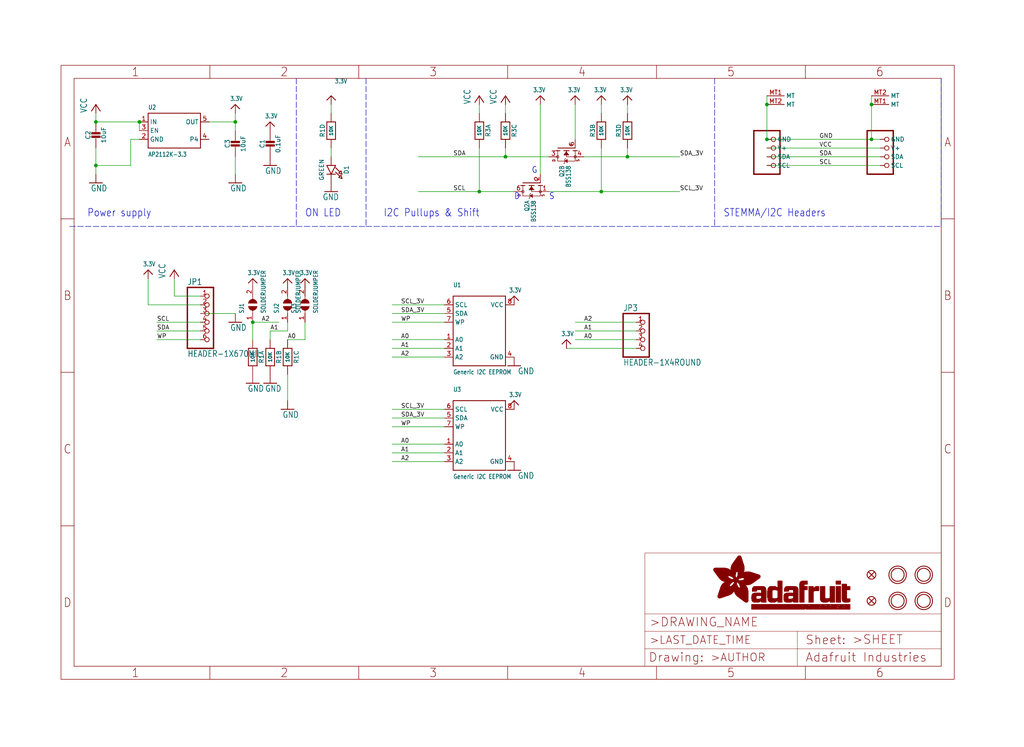
<source format=kicad_sch>
(kicad_sch (version 20211123) (generator eeschema)
  (paper "User" 298.45 217.881)
  (lib_symbols
    (symbol "eagleSchem-eagle-import:3.3V" (power)
      (property "Value" "3.3V" (at -1.524 1.016 0))
      (symbol "3.3V_1_0"
        (pin power_in line (at 0 -2.54 90) (length 2.54) (name "3.3V") (number "1"))
      )
    )
    (symbol "eagleSchem-eagle-import:CAP_CERAMIC0603_NO"
      (property "Reference" "C" (at -2.29 1.25 90))
      (property "Value" "CAP_CERAMIC0603_NO" (at 2.3 1.25 90))
      (symbol "CAP_CERAMIC0603_NO_1_0"
        (pin passive line (at 0 5.08 270) (length 2.54) (name "1") (number "1"))
        (pin passive line (at 0 -2.54 90) (length 2.54) (name "2") (number "2"))
      )
    )
    (symbol "eagleSchem-eagle-import:CAP_CERAMIC0805-NOOUTLINE"
      (property "Reference" "C" (at -2.29 1.25 90))
      (property "Value" "CAP_CERAMIC0805-NOOUTLINE" (at 2.3 1.25 90))
      (symbol "CAP_CERAMIC0805-NOOUTLINE_1_0"
        (pin passive line (at 0 5.08 270) (length 2.54) (name "1") (number "1"))
        (pin passive line (at 0 -2.54 90) (length 2.54) (name "2") (number "2"))
      )
    )
    (symbol "eagleSchem-eagle-import:EEPROM_I2C_8PIN_GENERIC"
      (property "Reference" "U" (at -7.62 12.7 0))
      (property "Value" "EEPROM_I2C_8PIN_GENERIC" (at -7.62 -12.7 0))
      (symbol "EEPROM_I2C_8PIN_GENERIC_1_0"
        (pin input line (at -10.16 -2.54 0) (length 2.54) (name "A0") (number "1"))
        (pin input line (at -10.16 -5.08 0) (length 2.54) (name "A1") (number "2"))
        (pin input line (at -10.16 -7.62 0) (length 2.54) (name "A2") (number "3"))
        (pin power_in line (at 10.16 -7.62 180) (length 2.54) (name "GND") (number "4"))
        (pin bidirectional line (at -10.16 5.08 0) (length 2.54) (name "SDA") (number "5"))
        (pin input line (at -10.16 7.62 0) (length 2.54) (name "SCL") (number "6"))
        (pin input line (at -10.16 2.54 0) (length 2.54) (name "WP") (number "7"))
        (pin power_in line (at 10.16 7.62 180) (length 2.54) (name "VCC") (number "8"))
      )
    )
    (symbol "eagleSchem-eagle-import:EEPROM_I2C_8PIN_GENERIC_SON8"
      (property "Reference" "U" (at -7.62 12.7 0))
      (property "Value" "EEPROM_I2C_8PIN_GENERIC_SON8" (at -7.62 -12.7 0))
      (symbol "EEPROM_I2C_8PIN_GENERIC_SON8_1_0"
        (pin input line (at -10.16 -2.54 0) (length 2.54) (name "A0") (number "1"))
        (pin input line (at -10.16 -5.08 0) (length 2.54) (name "A1") (number "2"))
        (pin input line (at -10.16 -7.62 0) (length 2.54) (name "A2") (number "3"))
        (pin power_in line (at 10.16 -7.62 180) (length 2.54) (name "GND") (number "4"))
        (pin bidirectional line (at -10.16 5.08 0) (length 2.54) (name "SDA") (number "5"))
        (pin input line (at -10.16 7.62 0) (length 2.54) (name "SCL") (number "6"))
        (pin input line (at -10.16 2.54 0) (length 2.54) (name "WP") (number "7"))
        (pin power_in line (at 10.16 7.62 180) (length 2.54) (name "VCC") (number "8"))
      )
    )
    (symbol "eagleSchem-eagle-import:FIDUCIAL_1MM")
    (symbol "eagleSchem-eagle-import:FRAME_A4_ADAFRUIT"
      (symbol "FRAME_A4_ADAFRUIT_0_0"
        (text "1" (at 21.6958 1.905 0) (effects (font (size 2.54 2.286))))
        (text "1" (at 21.6958 177.165 0) (effects (font (size 2.54 2.286))))
        (text "2" (at 65.0875 1.905 0) (effects (font (size 2.54 2.286))))
        (text "2" (at 65.0875 177.165 0) (effects (font (size 2.54 2.286))))
        (text "3" (at 108.4792 1.905 0) (effects (font (size 2.54 2.286))))
        (text "3" (at 108.4792 177.165 0) (effects (font (size 2.54 2.286))))
        (text "4" (at 151.8708 1.905 0) (effects (font (size 2.54 2.286))))
        (text "4" (at 151.8708 177.165 0) (effects (font (size 2.54 2.286))))
        (text "5" (at 195.2625 1.905 0) (effects (font (size 2.54 2.286))))
        (text "5" (at 195.2625 177.165 0) (effects (font (size 2.54 2.286))))
        (text "6" (at 238.6542 1.905 0) (effects (font (size 2.54 2.286))))
        (text "6" (at 238.6542 177.165 0) (effects (font (size 2.54 2.286))))
        (text "A" (at 1.905 156.6863 0) (effects (font (size 2.54 2.286))))
        (text "A" (at 258.445 156.6863 0) (effects (font (size 2.54 2.286))))
        (text "B" (at 1.905 111.9188 0) (effects (font (size 2.54 2.286))))
        (text "B" (at 258.445 111.9188 0) (effects (font (size 2.54 2.286))))
        (text "C" (at 1.905 67.1513 0) (effects (font (size 2.54 2.286))))
        (text "C" (at 258.445 67.1513 0) (effects (font (size 2.54 2.286))))
        (text "D" (at 1.905 22.3838 0) (effects (font (size 2.54 2.286))))
        (text "D" (at 258.445 22.3838 0) (effects (font (size 2.54 2.286))))
      )
      (symbol "FRAME_A4_ADAFRUIT_1_0"
        (text ">AUTHOR" (at 189.23 5.08 0) (effects (font (size 2.286 2.286)) (justify left bottom)))
        (text ">DRAWING_NAME" (at 171.45 15.24 0) (effects (font (size 2.54 2.54)) (justify left bottom)))
        (text ">LAST_DATE_TIME" (at 171.45 10.16 0) (effects (font (size 2.286 2.286)) (justify left bottom)))
        (text ">SHEET" (at 230.505 10.16 0) (effects (font (size 2.54 2.54)) (justify left bottom)))
        (text "Adafruit Industries" (at 216.916 4.953 0) (effects (font (size 2.54 2.54)) (justify left bottom)))
        (text "Drawing:" (at 171.196 4.953 0) (effects (font (size 2.54 2.54)) (justify left bottom)))
        (text "Sheet:" (at 216.916 10.033 0) (effects (font (size 2.54 2.54)) (justify left bottom)))
      )
    )
    (symbol "eagleSchem-eagle-import:GND" (power)
      (property "Value" "GND" (at -2.54 -2.54 0))
      (symbol "GND_1_0"
        (pin power_in line (at 0 2.54 270) (length 2.54) (name "GND") (number "1"))
      )
    )
    (symbol "eagleSchem-eagle-import:HEADER-1X4ROUND"
      (property "Reference" "JP" (at -6.35 8.255 0))
      (property "Value" "HEADER-1X4ROUND" (at -6.35 -7.62 0))
      (symbol "HEADER-1X4ROUND_1_0"
        (pin passive inverted (at -2.54 5.08 0) (length 2.54) (name "1") (number "1"))
        (pin passive inverted (at -2.54 2.54 0) (length 2.54) (name "2") (number "2"))
        (pin passive inverted (at -2.54 0 0) (length 2.54) (name "3") (number "3"))
        (pin passive inverted (at -2.54 -2.54 0) (length 2.54) (name "4") (number "4"))
      )
    )
    (symbol "eagleSchem-eagle-import:HEADER-1X670MIL"
      (property "Reference" "JP" (at -6.35 10.795 0))
      (property "Value" "HEADER-1X670MIL" (at -6.35 -10.16 0))
      (symbol "HEADER-1X670MIL_1_0"
        (pin passive inverted (at -2.54 7.62 0) (length 2.54) (name "1") (number "1"))
        (pin passive inverted (at -2.54 5.08 0) (length 2.54) (name "2") (number "2"))
        (pin passive inverted (at -2.54 2.54 0) (length 2.54) (name "3") (number "3"))
        (pin passive inverted (at -2.54 0 0) (length 2.54) (name "4") (number "4"))
        (pin passive inverted (at -2.54 -2.54 0) (length 2.54) (name "5") (number "5"))
        (pin passive inverted (at -2.54 -5.08 0) (length 2.54) (name "6") (number "6"))
      )
    )
    (symbol "eagleSchem-eagle-import:LED0603_NOOUTLINE"
      (property "Reference" "D" (at -1.27 4.445 0))
      (property "Value" "LED0603_NOOUTLINE" (at -1.27 -2.794 0))
      (symbol "LED0603_NOOUTLINE_1_0"
        (pin passive line (at -5.08 0 0) (length 2.54) (name "A") (number "A"))
        (pin passive line (at 2.54 0 180) (length 2.54) (name "C") (number "C"))
      )
    )
    (symbol "eagleSchem-eagle-import:MOSFET-N_DUAL"
      (property "Reference" "Q" (at 5.08 0.635 0))
      (property "Value" "MOSFET-N_DUAL" (at 5.08 -1.27 0))
      (symbol "MOSFET-N_DUAL_1_0"
        (text "D" (at 3.175 3.175 0) (effects (font (size 0.8128 0.6908)) (justify left bottom)))
        (text "G" (at -1.27 -1.905 0) (effects (font (size 0.8128 0.6908)) (justify left bottom)))
        (text "S" (at 3.175 -3.81 0) (effects (font (size 0.8128 0.6908)) (justify left bottom)))
        (pin bidirectional line (at 2.54 -5.08 90) (length 2.54) (name "S") (number "1"))
        (pin bidirectional line (at -2.54 -2.54 0) (length 2.54) (name "G") (number "2"))
        (pin bidirectional line (at 2.54 5.08 270) (length 2.54) (name "D") (number "6"))
      )
      (symbol "MOSFET-N_DUAL_2_0"
        (text "D" (at 3.175 3.175 0) (effects (font (size 0.8128 0.6908)) (justify left bottom)))
        (text "G" (at -1.27 -1.905 0) (effects (font (size 0.8128 0.6908)) (justify left bottom)))
        (text "S" (at 3.175 -3.81 0) (effects (font (size 0.8128 0.6908)) (justify left bottom)))
        (pin bidirectional line (at 2.54 5.08 270) (length 2.54) (name "D") (number "3"))
        (pin bidirectional line (at 2.54 -5.08 90) (length 2.54) (name "S") (number "4"))
        (pin bidirectional line (at -2.54 -2.54 0) (length 2.54) (name "G") (number "5"))
      )
    )
    (symbol "eagleSchem-eagle-import:MOUNTINGHOLE2.5")
    (symbol "eagleSchem-eagle-import:RESISTOR_4PACK"
      (property "Reference" "R" (at 0 2.54 0))
      (property "Value" "RESISTOR_4PACK" (at 0 0 0))
      (symbol "RESISTOR_4PACK_1_0"
        (pin passive line (at -5.08 0 0) (length 2.54) (name "1") (number "1"))
        (pin passive line (at 5.08 0 180) (length 2.54) (name "2") (number "8"))
      )
      (symbol "RESISTOR_4PACK_2_0"
        (pin passive line (at -5.08 0 0) (length 2.54) (name "1") (number "2"))
        (pin passive line (at 5.08 0 180) (length 2.54) (name "2") (number "7"))
      )
      (symbol "RESISTOR_4PACK_3_0"
        (pin passive line (at -5.08 0 0) (length 2.54) (name "1") (number "3"))
        (pin passive line (at 5.08 0 180) (length 2.54) (name "2") (number "6"))
      )
      (symbol "RESISTOR_4PACK_4_0"
        (pin passive line (at -5.08 0 0) (length 2.54) (name "1") (number "4"))
        (pin passive line (at 5.08 0 180) (length 2.54) (name "2") (number "5"))
      )
    )
    (symbol "eagleSchem-eagle-import:SOLDERJUMPER"
      (property "Reference" "SJ" (at -2.54 2.54 0))
      (property "Value" "SOLDERJUMPER" (at -2.54 -3.81 0))
      (symbol "SOLDERJUMPER_1_0"
        (pin passive line (at -5.08 0 0) (length 2.54) (name "1") (number "1"))
        (pin passive line (at 5.08 0 180) (length 2.54) (name "2") (number "2"))
      )
    )
    (symbol "eagleSchem-eagle-import:STEMMA_I2C_QT"
      (symbol "STEMMA_I2C_QT_1_0"
        (pin passive inverted (at 0 5.08 0) (length 2.54) (name "GND") (number "1"))
        (pin passive inverted (at 0 2.54 0) (length 2.54) (name "V+") (number "2"))
        (pin passive inverted (at 0 0 0) (length 2.54) (name "SDA") (number "3"))
        (pin passive inverted (at 0 -2.54 0) (length 2.54) (name "SCL") (number "4"))
      )
      (symbol "STEMMA_I2C_QT_2_0"
        (pin bidirectional line (at 0 0 0) (length 5.08) (name "MT") (number "MT1"))
      )
      (symbol "STEMMA_I2C_QT_3_0"
        (pin bidirectional line (at 0 0 0) (length 5.08) (name "MT") (number "MT2"))
      )
    )
    (symbol "eagleSchem-eagle-import:VCC" (power)
      (property "Value" "VCC" (at -2.54 -2.54 90))
      (symbol "VCC_1_0"
        (pin power_in line (at 0 -2.54 90) (length 2.54) (name "VCC") (number "1"))
      )
    )
    (symbol "eagleSchem-eagle-import:VREG_SOT23-5"
      (property "Reference" "U" (at -7.62 6.096 0))
      (property "Value" "VREG_SOT23-5" (at -7.62 -7.62 0))
      (symbol "VREG_SOT23-5_1_0"
        (pin power_in line (at -10.16 2.54 0) (length 2.54) (name "IN") (number "1"))
        (pin power_in line (at -10.16 -2.54 0) (length 2.54) (name "GND") (number "2"))
        (pin input line (at -10.16 0 0) (length 2.54) (name "EN") (number "3"))
        (pin bidirectional line (at 10.16 -2.54 180) (length 2.54) (name "P4") (number "4"))
        (pin power_in line (at 10.16 2.54 180) (length 2.54) (name "OUT") (number "5"))
      )
    )
  )
  (junction (at 73.66 93.98))
  (junction (at 254 30.48))
  (junction (at 223.52 30.48))
  (junction (at 254 40.64))
  (junction (at 175.26 55.88))
  (junction (at 40.64 35.56))
  (junction (at 68.58 35.56))
  (junction (at 223.52 40.64))
  (junction (at 27.94 48.26))
  (junction (at 147.32 45.72))
  (junction (at 27.94 35.56))
  (junction (at 139.7 55.88))
  (junction (at 182.88 45.72))
  (wire (pts (xy 114.3 119.38) (xy 129.54 119.38)))
  (polyline (pts (xy 86.36 66.04) (xy 106.68 66.04)))
  (wire (pts (xy 129.54 129.54) (xy 114.3 129.54)))
  (wire (pts (xy 114.3 91.44) (xy 129.54 91.44)))
  (wire (pts (xy 58.42 91.44) (xy 68.58 91.44)))
  (wire (pts (xy 254 30.48) (xy 254 27.94)))
  (wire (pts (xy 182.88 45.72) (xy 198.12 45.72)))
  (wire (pts (xy 175.26 55.88) (xy 198.12 55.88)))
  (wire (pts (xy 223.52 27.94) (xy 223.52 30.48)))
  (wire (pts (xy 223.52 30.48) (xy 223.52 40.64)))
  (wire (pts (xy 149.86 55.88) (xy 139.7 55.88)))
  (wire (pts (xy 68.58 35.56) (xy 68.58 38.1)))
  (wire (pts (xy 147.32 45.72) (xy 121.92 45.72)))
  (wire (pts (xy 81.28 93.98) (xy 73.66 93.98)))
  (wire (pts (xy 40.64 40.64) (xy 38.1 40.64)))
  (wire (pts (xy 129.54 134.62) (xy 114.3 134.62)))
  (wire (pts (xy 114.3 101.6) (xy 129.54 101.6)))
  (wire (pts (xy 43.18 88.9) (xy 43.18 81.28)))
  (wire (pts (xy 129.54 93.98) (xy 114.3 93.98)))
  (wire (pts (xy 139.7 55.88) (xy 121.92 55.88)))
  (wire (pts (xy 38.1 48.26) (xy 27.94 48.26)))
  (wire (pts (xy 58.42 86.36) (xy 50.8 86.36)))
  (wire (pts (xy 175.26 33.02) (xy 175.26 30.48)))
  (polyline (pts (xy 274.32 22.86) (xy 274.32 66.04)))
  (wire (pts (xy 254 40.64) (xy 223.52 40.64)))
  (wire (pts (xy 182.88 43.18) (xy 182.88 45.72)))
  (wire (pts (xy 256.54 40.64) (xy 254 40.64)))
  (wire (pts (xy 60.96 35.56) (xy 68.58 35.56)))
  (wire (pts (xy 88.9 99.06) (xy 83.82 99.06)))
  (wire (pts (xy 96.52 30.48) (xy 96.52 33.02)))
  (wire (pts (xy 185.42 99.06) (xy 167.64 99.06)))
  (wire (pts (xy 256.54 45.72) (xy 223.52 45.72)))
  (polyline (pts (xy 106.68 22.86) (xy 106.68 66.04)))
  (polyline (pts (xy 208.28 22.86) (xy 208.28 66.04)))
  (wire (pts (xy 185.42 93.98) (xy 167.64 93.98)))
  (wire (pts (xy 129.54 99.06) (xy 114.3 99.06)))
  (wire (pts (xy 160.02 45.72) (xy 147.32 45.72)))
  (polyline (pts (xy 86.36 22.86) (xy 86.36 66.04)))
  (wire (pts (xy 160.02 55.88) (xy 175.26 55.88)))
  (wire (pts (xy 68.58 45.72) (xy 68.58 50.8)))
  (wire (pts (xy 58.42 96.52) (xy 45.72 96.52)))
  (wire (pts (xy 78.74 96.52) (xy 83.82 96.52)))
  (wire (pts (xy 167.64 96.52) (xy 185.42 96.52)))
  (wire (pts (xy 27.94 48.26) (xy 27.94 43.18)))
  (wire (pts (xy 223.52 43.18) (xy 256.54 43.18)))
  (wire (pts (xy 50.8 86.36) (xy 50.8 81.28)))
  (wire (pts (xy 78.74 96.52) (xy 78.74 99.06)))
  (wire (pts (xy 114.3 88.9) (xy 129.54 88.9)))
  (polyline (pts (xy 106.68 66.04) (xy 208.28 66.04)))
  (wire (pts (xy 96.52 45.72) (xy 96.52 43.18)))
  (wire (pts (xy 139.7 30.48) (xy 139.7 33.02)))
  (wire (pts (xy 139.7 43.18) (xy 139.7 55.88)))
  (wire (pts (xy 147.32 33.02) (xy 147.32 30.48)))
  (wire (pts (xy 27.94 48.26) (xy 27.94 50.8)))
  (wire (pts (xy 38.1 40.64) (xy 38.1 48.26)))
  (wire (pts (xy 58.42 93.98) (xy 45.72 93.98)))
  (polyline (pts (xy 20.32 66.04) (xy 86.36 66.04)))
  (wire (pts (xy 157.48 50.8) (xy 157.48 30.48)))
  (wire (pts (xy 185.42 101.6) (xy 165.1 101.6)))
  (wire (pts (xy 58.42 88.9) (xy 43.18 88.9)))
  (wire (pts (xy 129.54 104.14) (xy 114.3 104.14)))
  (wire (pts (xy 175.26 43.18) (xy 175.26 55.88)))
  (wire (pts (xy 170.18 45.72) (xy 182.88 45.72)))
  (polyline (pts (xy 208.28 66.04) (xy 274.32 66.04)))
  (wire (pts (xy 83.82 93.98) (xy 83.82 96.52)))
  (wire (pts (xy 167.64 40.64) (xy 167.64 30.48)))
  (wire (pts (xy 58.42 99.06) (xy 45.72 99.06)))
  (wire (pts (xy 73.66 93.98) (xy 73.66 99.06)))
  (wire (pts (xy 223.52 48.26) (xy 256.54 48.26)))
  (wire (pts (xy 40.64 38.1) (xy 40.64 35.56)))
  (wire (pts (xy 129.54 124.46) (xy 114.3 124.46)))
  (wire (pts (xy 83.82 116.84) (xy 83.82 109.22)))
  (wire (pts (xy 68.58 35.56) (xy 68.58 33.02)))
  (wire (pts (xy 88.9 99.06) (xy 88.9 93.98)))
  (wire (pts (xy 114.3 121.92) (xy 129.54 121.92)))
  (wire (pts (xy 254 40.64) (xy 254 30.48)))
  (wire (pts (xy 147.32 43.18) (xy 147.32 45.72)))
  (wire (pts (xy 182.88 33.02) (xy 182.88 30.48)))
  (wire (pts (xy 27.94 33.02) (xy 27.94 35.56)))
  (wire (pts (xy 40.64 35.56) (xy 27.94 35.56)))
  (wire (pts (xy 114.3 132.08) (xy 129.54 132.08)))
  (text "I2C Pullups & Shift" (at 111.76 63.5 180) (effects (font (size 2.1844 1.8567)) (justify left bottom)))
  (text "ON LED" (at 88.9 63.5 180) (effects (font (size 2.1844 1.8567)) (justify left bottom)))
  (text "S" (at 160.02 58.42 180) (effects (font (size 1.778 1.5113)) (justify left bottom)))
  (text "G" (at 154.94 50.8 180) (effects (font (size 1.778 1.5113)) (justify left bottom)))
  (text "D" (at 149.86 58.42 180) (effects (font (size 1.778 1.5113)) (justify left bottom)))
  (text "Power supply" (at 25.4 63.5 180) (effects (font (size 2.1844 1.8567)) (justify left bottom)))
  (text "STEMMA/I2C Headers" (at 210.82 63.5 180) (effects (font (size 2.1844 1.8567)) (justify left bottom)))
  (label "A1" (at 170.18 96.52 0) (effects (font (size 1.2446 1.2446))))
  (label "SCL" (at 238.76 48.26 0) (effects (font (size 1.2446 1.2446))))
  (label "A2" (at 116.84 104.14 0) (effects (font (size 1.2446 1.2446))))
  (label "A0" (at 116.84 99.06 0) (effects (font (size 1.2446 1.2446))))
  (label "SCL_3V" (at 116.84 88.9 0) (effects (font (size 1.2446 1.2446))))
  (label "SDA_3V" (at 116.84 91.44 0) (effects (font (size 1.2446 1.2446))))
  (label "A0" (at 116.84 129.54 0) (effects (font (size 1.2446 1.2446))))
  (label "GND" (at 238.76 40.64 0) (effects (font (size 1.2446 1.2446))))
  (label "SDA" (at 45.72 96.52 0) (effects (font (size 1.2446 1.2446))))
  (label "A2" (at 116.84 134.62 0) (effects (font (size 1.2446 1.2446))))
  (label "SCL" (at 132.08 55.88 0) (effects (font (size 1.2446 1.2446))))
  (label "A2" (at 170.18 93.98 0) (effects (font (size 1.2446 1.2446))))
  (label "SDA" (at 238.76 45.72 0) (effects (font (size 1.2446 1.2446))))
  (label "WP" (at 45.72 99.06 0) (effects (font (size 1.2446 1.2446))))
  (label "SDA" (at 132.08 45.72 0) (effects (font (size 1.2446 1.2446))))
  (label "WP" (at 116.84 93.98 0) (effects (font (size 1.2446 1.2446))))
  (label "SCL_3V" (at 198.12 55.88 0) (effects (font (size 1.2446 1.2446))))
  (label "A2" (at 76.2 93.98 0) (effects (font (size 1.2446 1.2446))))
  (label "SDA_3V" (at 116.84 121.92 0) (effects (font (size 1.2446 1.2446))))
  (label "A1" (at 116.84 132.08 0) (effects (font (size 1.2446 1.2446))))
  (label "SCL_3V" (at 116.84 119.38 0) (effects (font (size 1.2446 1.2446))))
  (label "A1" (at 78.74 96.52 0) (effects (font (size 1.2446 1.2446))))
  (label "A0" (at 170.18 99.06 0) (effects (font (size 1.2446 1.2446))))
  (label "SDA_3V" (at 198.12 45.72 0) (effects (font (size 1.2446 1.2446))))
  (label "WP" (at 116.84 124.46 0) (effects (font (size 1.2446 1.2446))))
  (label "A1" (at 116.84 101.6 0) (effects (font (size 1.2446 1.2446))))
  (label "SCL" (at 45.72 93.98 0) (effects (font (size 1.2446 1.2446))))
  (label "VCC" (at 238.76 43.18 0) (effects (font (size 1.2446 1.2446))))
  (label "A0" (at 83.82 99.06 0) (effects (font (size 1.2446 1.2446))))
  (symbol (lib_id "eagleSchem-eagle-import:FIDUCIAL_1MM") (at 254 175.26 0) (unit 1)
    (property "Reference" "FID3" (effects hide))
    (property "Value" "FIDUCIAL_1MM" (effects hide))
    (property "Footprint" "eagleSchem:FIDUCIAL_1MM" (effects hide))
  )
  (symbol (lib_id "eagleSchem-eagle-import:VCC") (at 27.94 30.48 0) (unit 1)
    (property "Reference" "#P+3" (effects hide))
    (property "Value" "VCC" (at 25.4 33.02 90) (effects (font (size 1.778 1.5113)) (justify left bottom)))
    (property "Footprint" "eagleSchem:" (effects hide))
  )
  (symbol (lib_id "eagleSchem-eagle-import:3.3V") (at 182.88 27.94 0) (mirror y) (unit 1)
    (property "Reference" "#U$7" (effects hide))
    (property "Value" "3.3V" (at 184.404 26.924 0) (effects (font (size 1.27 1.0795)) (justify left bottom)))
    (property "Footprint" "eagleSchem:" (effects hide))
  )
  (symbol (lib_id "eagleSchem-eagle-import:VCC") (at 50.8 78.74 0) (unit 1)
    (property "Reference" "#P+4" (effects hide))
    (property "Value" "VCC" (at 48.26 81.28 90) (effects (font (size 1.778 1.5113)) (justify left bottom)))
    (property "Footprint" "eagleSchem:" (effects hide))
  )
  (symbol (lib_id "eagleSchem-eagle-import:3.3V") (at 73.66 81.28 0) (unit 1)
    (property "Reference" "#U$27" (effects hide))
    (property "Value" "3.3V" (at 72.136 80.264 0) (effects (font (size 1.27 1.0795)) (justify left bottom)))
    (property "Footprint" "eagleSchem:" (effects hide))
  )
  (symbol (lib_id "eagleSchem-eagle-import:RESISTOR_4PACK") (at 83.82 104.14 270) (unit 3)
    (property "Reference" "R1" (at 86.36 104.14 0))
    (property "Value" "10K" (at 83.82 104.14 0) (effects (font (size 1.016 1.016) bold)))
    (property "Footprint" "eagleSchem:RESPACK_4X0603" (effects hide))
  )
  (symbol (lib_id "eagleSchem-eagle-import:SOLDERJUMPER") (at 73.66 88.9 90) (unit 1)
    (property "Reference" "SJ1" (at 71.12 91.44 0) (effects (font (size 1.27 1.0795)) (justify left bottom)))
    (property "Value" "SOLDERJUMPER" (at 77.47 91.44 0) (effects (font (size 1.27 1.0795)) (justify left bottom)))
    (property "Footprint" "eagleSchem:SOLDERJUMPER_ARROW_NOPASTE" (effects hide))
  )
  (symbol (lib_id "eagleSchem-eagle-import:3.3V") (at 149.86 86.36 0) (unit 1)
    (property "Reference" "#U$2" (effects hide))
    (property "Value" "3.3V" (at 148.336 85.344 0) (effects (font (size 1.27 1.0795)) (justify left bottom)))
    (property "Footprint" "eagleSchem:" (effects hide))
  )
  (symbol (lib_id "eagleSchem-eagle-import:RESISTOR_4PACK") (at 73.66 104.14 270) (unit 1)
    (property "Reference" "R1" (at 76.2 104.14 0))
    (property "Value" "10K" (at 73.66 104.14 0) (effects (font (size 1.016 1.016) bold)))
    (property "Footprint" "eagleSchem:RESPACK_4X0603" (effects hide))
  )
  (symbol (lib_id "eagleSchem-eagle-import:GND") (at 68.58 93.98 0) (unit 1)
    (property "Reference" "#U$10" (effects hide))
    (property "Value" "GND" (at 67.056 96.52 0) (effects (font (size 1.778 1.5113)) (justify left bottom)))
    (property "Footprint" "eagleSchem:" (effects hide))
  )
  (symbol (lib_id "eagleSchem-eagle-import:3.3V") (at 149.86 116.84 0) (unit 1)
    (property "Reference" "#U$20" (effects hide))
    (property "Value" "3.3V" (at 148.336 115.824 0) (effects (font (size 1.27 1.0795)) (justify left bottom)))
    (property "Footprint" "eagleSchem:" (effects hide))
  )
  (symbol (lib_id "eagleSchem-eagle-import:CAP_CERAMIC0805-NOOUTLINE") (at 68.58 43.18 0) (unit 1)
    (property "Reference" "C3" (at 66.29 41.93 90))
    (property "Value" "10uF" (at 70.88 41.93 90))
    (property "Footprint" "eagleSchem:0805-NO" (effects hide))
  )
  (symbol (lib_id "eagleSchem-eagle-import:RESISTOR_4PACK") (at 139.7 38.1 270) (unit 1)
    (property "Reference" "R3" (at 142.24 38.1 0))
    (property "Value" "10K" (at 139.7 38.1 0) (effects (font (size 1.016 1.016) bold)))
    (property "Footprint" "eagleSchem:RESPACK_4X0603" (effects hide))
  )
  (symbol (lib_id "eagleSchem-eagle-import:3.3V") (at 88.9 81.28 0) (unit 1)
    (property "Reference" "#U$29" (effects hide))
    (property "Value" "3.3V" (at 87.376 80.264 0) (effects (font (size 1.27 1.0795)) (justify left bottom)))
    (property "Footprint" "eagleSchem:" (effects hide))
  )
  (symbol (lib_id "eagleSchem-eagle-import:GND") (at 149.86 137.16 0) (unit 1)
    (property "Reference" "#U$22" (effects hide))
    (property "Value" "GND" (at 150.876 139.7 0) (effects (font (size 1.778 1.5113)) (justify left bottom)))
    (property "Footprint" "eagleSchem:" (effects hide))
  )
  (symbol (lib_id "eagleSchem-eagle-import:MOSFET-N_DUAL") (at 165.1 43.18 90) (mirror x) (unit 2)
    (property "Reference" "Q2" (at 164.465 48.26 0) (effects (font (size 1.27 1.0795)) (justify left bottom)))
    (property "Value" "BSS138" (at 166.37 48.26 0) (effects (font (size 1.27 1.0795)) (justify left bottom)))
    (property "Footprint" "eagleSchem:SOT363" (effects hide))
  )
  (symbol (lib_id "eagleSchem-eagle-import:STEMMA_I2C_QT") (at 254 27.94 0) (unit 3)
    (property "Reference" "CONN4" (effects hide))
    (property "Value" "STEMMA_I2C_QT" (effects hide))
    (property "Footprint" "eagleSchem:JST_SH4" (effects hide))
  )
  (symbol (lib_id "eagleSchem-eagle-import:LED0603_NOOUTLINE") (at 96.52 50.8 270) (unit 1)
    (property "Reference" "D1" (at 100.965 49.53 0))
    (property "Value" "GREEN" (at 93.726 49.53 0))
    (property "Footprint" "eagleSchem:CHIPLED_0603_NOOUTLINE" (effects hide))
  )
  (symbol (lib_id "eagleSchem-eagle-import:GND") (at 73.66 111.76 0) (unit 1)
    (property "Reference" "#U$8" (effects hide))
    (property "Value" "GND" (at 72.136 114.3 0) (effects (font (size 1.778 1.5113)) (justify left bottom)))
    (property "Footprint" "eagleSchem:" (effects hide))
  )
  (symbol (lib_id "eagleSchem-eagle-import:RESISTOR_4PACK") (at 147.32 38.1 270) (unit 3)
    (property "Reference" "R3" (at 149.86 38.1 0))
    (property "Value" "10K" (at 147.32 38.1 0) (effects (font (size 1.016 1.016) bold)))
    (property "Footprint" "eagleSchem:RESPACK_4X0603" (effects hide))
  )
  (symbol (lib_id "eagleSchem-eagle-import:STEMMA_I2C_QT") (at 223.52 30.48 0) (unit 3)
    (property "Reference" "CONN3" (effects hide))
    (property "Value" "STEMMA_I2C_QT" (effects hide))
    (property "Footprint" "eagleSchem:JST_SH4" (effects hide))
  )
  (symbol (lib_id "eagleSchem-eagle-import:3.3V") (at 157.48 27.94 0) (mirror y) (unit 1)
    (property "Reference" "#U$26" (effects hide))
    (property "Value" "3.3V" (at 159.004 26.924 0) (effects (font (size 1.27 1.0795)) (justify left bottom)))
    (property "Footprint" "eagleSchem:" (effects hide))
  )
  (symbol (lib_id "eagleSchem-eagle-import:GND") (at 78.74 48.26 0) (unit 1)
    (property "Reference" "#U$14" (effects hide))
    (property "Value" "GND" (at 77.216 50.8 0) (effects (font (size 1.778 1.5113)) (justify left bottom)))
    (property "Footprint" "eagleSchem:" (effects hide))
  )
  (symbol (lib_id "eagleSchem-eagle-import:3.3V") (at 78.74 35.56 0) (unit 1)
    (property "Reference" "#U$6" (effects hide))
    (property "Value" "3.3V" (at 77.216 34.544 0) (effects (font (size 1.27 1.0795)) (justify left bottom)))
    (property "Footprint" "eagleSchem:" (effects hide))
  )
  (symbol (lib_id "eagleSchem-eagle-import:FIDUCIAL_1MM") (at 254 167.64 0) (unit 1)
    (property "Reference" "FID4" (effects hide))
    (property "Value" "FIDUCIAL_1MM" (effects hide))
    (property "Footprint" "eagleSchem:FIDUCIAL_1MM" (effects hide))
  )
  (symbol (lib_id "eagleSchem-eagle-import:3.3V") (at 68.58 30.48 0) (unit 1)
    (property "Reference" "#U$15" (effects hide))
    (property "Value" "3.3V" (at 67.056 29.464 0) (effects (font (size 1.27 1.0795)) (justify left bottom)))
    (property "Footprint" "eagleSchem:" (effects hide))
  )
  (symbol (lib_id "eagleSchem-eagle-import:HEADER-1X670MIL") (at 60.96 93.98 0) (unit 1)
    (property "Reference" "JP1" (at 54.61 83.185 0) (effects (font (size 1.778 1.5113)) (justify left bottom)))
    (property "Value" "HEADER-1X670MIL" (at 54.61 104.14 0) (effects (font (size 1.778 1.5113)) (justify left bottom)))
    (property "Footprint" "eagleSchem:1X06_ROUND_70" (effects hide))
  )
  (symbol (lib_id "eagleSchem-eagle-import:RESISTOR_4PACK") (at 78.74 104.14 270) (unit 2)
    (property "Reference" "R1" (at 81.28 104.14 0))
    (property "Value" "10K" (at 78.74 104.14 0) (effects (font (size 1.016 1.016) bold)))
    (property "Footprint" "eagleSchem:RESPACK_4X0603" (effects hide))
  )
  (symbol (lib_id "eagleSchem-eagle-import:MOUNTINGHOLE2.5") (at 269.24 175.26 0) (unit 1)
    (property "Reference" "U$21" (effects hide))
    (property "Value" "MOUNTINGHOLE2.5" (effects hide))
    (property "Footprint" "eagleSchem:MOUNTINGHOLE_2.5_PLATED" (effects hide))
  )
  (symbol (lib_id "eagleSchem-eagle-import:VREG_SOT23-5") (at 50.8 38.1 0) (unit 1)
    (property "Reference" "U2" (at 43.18 32.004 0) (effects (font (size 1.27 1.0795)) (justify left bottom)))
    (property "Value" "AP2112K-3.3" (at 43.18 45.72 0) (effects (font (size 1.27 1.0795)) (justify left bottom)))
    (property "Footprint" "eagleSchem:SOT23-5" (effects hide))
  )
  (symbol (lib_id "eagleSchem-eagle-import:GND") (at 149.86 106.68 0) (unit 1)
    (property "Reference" "#U$4" (effects hide))
    (property "Value" "GND" (at 150.876 109.22 0) (effects (font (size 1.778 1.5113)) (justify left bottom)))
    (property "Footprint" "eagleSchem:" (effects hide))
  )
  (symbol (lib_id "eagleSchem-eagle-import:VCC") (at 147.32 27.94 0) (unit 1)
    (property "Reference" "#P+2" (effects hide))
    (property "Value" "VCC" (at 144.78 30.48 90) (effects (font (size 1.778 1.5113)) (justify left bottom)))
    (property "Footprint" "eagleSchem:" (effects hide))
  )
  (symbol (lib_id "eagleSchem-eagle-import:3.3V") (at 167.64 27.94 0) (mirror y) (unit 1)
    (property "Reference" "#U$23" (effects hide))
    (property "Value" "3.3V" (at 169.164 26.924 0) (effects (font (size 1.27 1.0795)) (justify left bottom)))
    (property "Footprint" "eagleSchem:" (effects hide))
  )
  (symbol (lib_id "eagleSchem-eagle-import:SOLDERJUMPER") (at 83.82 88.9 90) (unit 1)
    (property "Reference" "SJ2" (at 81.28 91.44 0) (effects (font (size 1.27 1.0795)) (justify left bottom)))
    (property "Value" "SOLDERJUMPER" (at 87.63 91.44 0) (effects (font (size 1.27 1.0795)) (justify left bottom)))
    (property "Footprint" "eagleSchem:SOLDERJUMPER_ARROW_NOPASTE" (effects hide))
  )
  (symbol (lib_id "eagleSchem-eagle-import:CAP_CERAMIC0805-NOOUTLINE") (at 27.94 40.64 0) (unit 1)
    (property "Reference" "C2" (at 25.65 39.39 90))
    (property "Value" "10uF" (at 30.24 39.39 90))
    (property "Footprint" "eagleSchem:0805-NO" (effects hide))
  )
  (symbol (lib_id "eagleSchem-eagle-import:VCC") (at 139.7 27.94 0) (unit 1)
    (property "Reference" "#P+1" (effects hide))
    (property "Value" "VCC" (at 137.16 30.48 90) (effects (font (size 1.778 1.5113)) (justify left bottom)))
    (property "Footprint" "eagleSchem:" (effects hide))
  )
  (symbol (lib_id "eagleSchem-eagle-import:GND") (at 83.82 119.38 0) (unit 1)
    (property "Reference" "#U$11" (effects hide))
    (property "Value" "GND" (at 82.296 121.92 0) (effects (font (size 1.778 1.5113)) (justify left bottom)))
    (property "Footprint" "eagleSchem:" (effects hide))
  )
  (symbol (lib_id "eagleSchem-eagle-import:SOLDERJUMPER") (at 88.9 88.9 90) (unit 1)
    (property "Reference" "SJ3" (at 86.36 91.44 0) (effects (font (size 1.27 1.0795)) (justify left bottom)))
    (property "Value" "SOLDERJUMPER" (at 92.71 91.44 0) (effects (font (size 1.27 1.0795)) (justify left bottom)))
    (property "Footprint" "eagleSchem:SOLDERJUMPER_ARROW_NOPASTE" (effects hide))
  )
  (symbol (lib_id "eagleSchem-eagle-import:STEMMA_I2C_QT") (at 254 30.48 0) (unit 2)
    (property "Reference" "CONN4" (effects hide))
    (property "Value" "STEMMA_I2C_QT" (effects hide))
    (property "Footprint" "eagleSchem:JST_SH4" (effects hide))
  )
  (symbol (lib_id "eagleSchem-eagle-import:GND") (at 78.74 111.76 0) (unit 1)
    (property "Reference" "#U$9" (effects hide))
    (property "Value" "GND" (at 77.216 114.3 0) (effects (font (size 1.778 1.5113)) (justify left bottom)))
    (property "Footprint" "eagleSchem:" (effects hide))
  )
  (symbol (lib_id "eagleSchem-eagle-import:STEMMA_I2C_QT") (at 256.54 45.72 0) (unit 1)
    (property "Reference" "CONN4" (effects hide))
    (property "Value" "STEMMA_I2C_QT" (effects hide))
    (property "Footprint" "eagleSchem:JST_SH4" (effects hide))
  )
  (symbol (lib_id "eagleSchem-eagle-import:STEMMA_I2C_QT") (at 223.52 45.72 0) (unit 1)
    (property "Reference" "CONN3" (effects hide))
    (property "Value" "STEMMA_I2C_QT" (effects hide))
    (property "Footprint" "eagleSchem:JST_SH4" (effects hide))
  )
  (symbol (lib_id "eagleSchem-eagle-import:MOUNTINGHOLE2.5") (at 261.62 175.26 0) (unit 1)
    (property "Reference" "U$1" (effects hide))
    (property "Value" "MOUNTINGHOLE2.5" (effects hide))
    (property "Footprint" "eagleSchem:MOUNTINGHOLE_2.5_PLATED" (effects hide))
  )
  (symbol (lib_id "eagleSchem-eagle-import:MOUNTINGHOLE2.5") (at 269.24 167.64 0) (unit 1)
    (property "Reference" "U$19" (effects hide))
    (property "Value" "MOUNTINGHOLE2.5" (effects hide))
    (property "Footprint" "eagleSchem:MOUNTINGHOLE_2.5_PLATED" (effects hide))
  )
  (symbol (lib_id "eagleSchem-eagle-import:STEMMA_I2C_QT") (at 223.52 27.94 0) (unit 2)
    (property "Reference" "CONN3" (effects hide))
    (property "Value" "STEMMA_I2C_QT" (effects hide))
    (property "Footprint" "eagleSchem:JST_SH4" (effects hide))
  )
  (symbol (lib_id "eagleSchem-eagle-import:EEPROM_I2C_8PIN_GENERIC_SON8") (at 139.7 127 0) (unit 1)
    (property "Reference" "U3" (at 132.08 114.3 0) (effects (font (size 1.27 1.0795)) (justify left bottom)))
    (property "Value" "Generic I2C EEPROM" (at 132.08 139.7 0) (effects (font (size 1.27 1.0795)) (justify left bottom)))
    (property "Footprint" "eagleSchem:USON8" (effects hide))
  )
  (symbol (lib_id "eagleSchem-eagle-import:RESISTOR_4PACK") (at 96.52 38.1 90) (unit 4)
    (property "Reference" "R1" (at 93.98 38.1 0))
    (property "Value" "10K" (at 96.52 38.1 0) (effects (font (size 1.016 1.016) bold)))
    (property "Footprint" "eagleSchem:RESPACK_4X0603" (effects hide))
  )
  (symbol (lib_id "eagleSchem-eagle-import:CAP_CERAMIC0603_NO") (at 78.74 43.18 0) (unit 1)
    (property "Reference" "C1" (at 76.45 41.93 90))
    (property "Value" "0.1uF" (at 81.04 41.93 90))
    (property "Footprint" "eagleSchem:0603-NO" (effects hide))
  )
  (symbol (lib_id "eagleSchem-eagle-import:3.3V") (at 96.52 27.94 0) (unit 1)
    (property "Reference" "#U$3" (effects hide))
    (property "Value" "3.3V" (at 97.536 24.384 0) (effects (font (size 1.27 1.0795)) (justify left bottom)))
    (property "Footprint" "eagleSchem:" (effects hide))
  )
  (symbol (lib_id "eagleSchem-eagle-import:3.3V") (at 83.82 81.28 0) (unit 1)
    (property "Reference" "#U$28" (effects hide))
    (property "Value" "3.3V" (at 82.296 80.264 0) (effects (font (size 1.27 1.0795)) (justify left bottom)))
    (property "Footprint" "eagleSchem:" (effects hide))
  )
  (symbol (lib_id "eagleSchem-eagle-import:GND") (at 68.58 53.34 0) (unit 1)
    (property "Reference" "#U$5" (effects hide))
    (property "Value" "GND" (at 67.056 55.88 0) (effects (font (size 1.778 1.5113)) (justify left bottom)))
    (property "Footprint" "eagleSchem:" (effects hide))
  )
  (symbol (lib_id "eagleSchem-eagle-import:GND") (at 27.94 53.34 0) (unit 1)
    (property "Reference" "#U$13" (effects hide))
    (property "Value" "GND" (at 26.416 55.88 0) (effects (font (size 1.778 1.5113)) (justify left bottom)))
    (property "Footprint" "eagleSchem:" (effects hide))
  )
  (symbol (lib_id "eagleSchem-eagle-import:GND") (at 96.52 55.88 0) (unit 1)
    (property "Reference" "#GND6" (effects hide))
    (property "Value" "GND" (at 93.98 58.42 0) (effects (font (size 1.778 1.5113)) (justify left bottom)))
    (property "Footprint" "eagleSchem:" (effects hide))
  )
  (symbol (lib_id "eagleSchem-eagle-import:EEPROM_I2C_8PIN_GENERIC") (at 139.7 96.52 0) (unit 1)
    (property "Reference" "U1" (at 132.08 83.82 0) (effects (font (size 1.27 1.0795)) (justify left bottom)))
    (property "Value" "Generic I2C EEPROM" (at 132.08 109.22 0) (effects (font (size 1.27 1.0795)) (justify left bottom)))
    (property "Footprint" "eagleSchem:SOIC8_150MIL" (effects hide))
  )
  (symbol (lib_id "eagleSchem-eagle-import:MOUNTINGHOLE2.5") (at 261.62 167.64 0) (unit 1)
    (property "Reference" "U$17" (effects hide))
    (property "Value" "MOUNTINGHOLE2.5" (effects hide))
    (property "Footprint" "eagleSchem:MOUNTINGHOLE_2.5_PLATED" (effects hide))
  )
  (symbol (lib_id "eagleSchem-eagle-import:3.3V") (at 175.26 27.94 0) (mirror y) (unit 1)
    (property "Reference" "#U$24" (effects hide))
    (property "Value" "3.3V" (at 176.784 26.924 0) (effects (font (size 1.27 1.0795)) (justify left bottom)))
    (property "Footprint" "eagleSchem:" (effects hide))
  )
  (symbol (lib_id "eagleSchem-eagle-import:RESISTOR_4PACK") (at 182.88 38.1 90) (mirror x) (unit 4)
    (property "Reference" "R3" (at 180.34 38.1 0))
    (property "Value" "10K" (at 182.88 38.1 0) (effects (font (size 1.016 1.016) bold)))
    (property "Footprint" "eagleSchem:RESPACK_4X0603" (effects hide))
  )
  (symbol (lib_id "eagleSchem-eagle-import:MOSFET-N_DUAL") (at 154.94 53.34 90) (mirror x) (unit 1)
    (property "Reference" "Q2" (at 154.305 58.42 0) (effects (font (size 1.27 1.0795)) (justify left bottom)))
    (property "Value" "BSS138" (at 156.21 58.42 0) (effects (font (size 1.27 1.0795)) (justify left bottom)))
    (property "Footprint" "eagleSchem:SOT363" (effects hide))
  )
  (symbol (lib_id "eagleSchem-eagle-import:3.3V") (at 43.18 78.74 0) (unit 1)
    (property "Reference" "#U$16" (effects hide))
    (property "Value" "3.3V" (at 41.656 77.724 0) (effects (font (size 1.27 1.0795)) (justify left bottom)))
    (property "Footprint" "eagleSchem:" (effects hide))
  )
  (symbol (lib_id "eagleSchem-eagle-import:HEADER-1X4ROUND") (at 187.96 99.06 0) (unit 1)
    (property "Reference" "JP3" (at 181.61 90.805 0) (effects (font (size 1.778 1.5113)) (justify left bottom)))
    (property "Value" "HEADER-1X4ROUND" (at 181.61 106.68 0) (effects (font (size 1.778 1.5113)) (justify left bottom)))
    (property "Footprint" "eagleSchem:1X04_ROUND" (effects hide))
  )
  (symbol (lib_id "eagleSchem-eagle-import:3.3V") (at 165.1 99.06 0) (unit 1)
    (property "Reference" "#U$12" (effects hide))
    (property "Value" "3.3V" (at 163.576 98.044 0) (effects (font (size 1.27 1.0795)) (justify left bottom)))
    (property "Footprint" "eagleSchem:" (effects hide))
  )
  (symbol (lib_id "eagleSchem-eagle-import:RESISTOR_4PACK") (at 175.26 38.1 90) (mirror x) (unit 2)
    (property "Reference" "R3" (at 172.72 38.1 0))
    (property "Value" "10K" (at 175.26 38.1 0) (effects (font (size 1.016 1.016) bold)))
    (property "Footprint" "eagleSchem:RESPACK_4X0603" (effects hide))
  )
  (symbol (lib_id "eagleSchem-eagle-import:FRAME_A4_ADAFRUIT") (at 17.78 198.12 0) (unit 1)
    (property "Reference" "#U$18" (effects hide))
    (property "Value" "FRAME_A4_ADAFRUIT" (effects hide))
    (property "Footprint" "eagleSchem:" (effects hide))
  )
)
</source>
